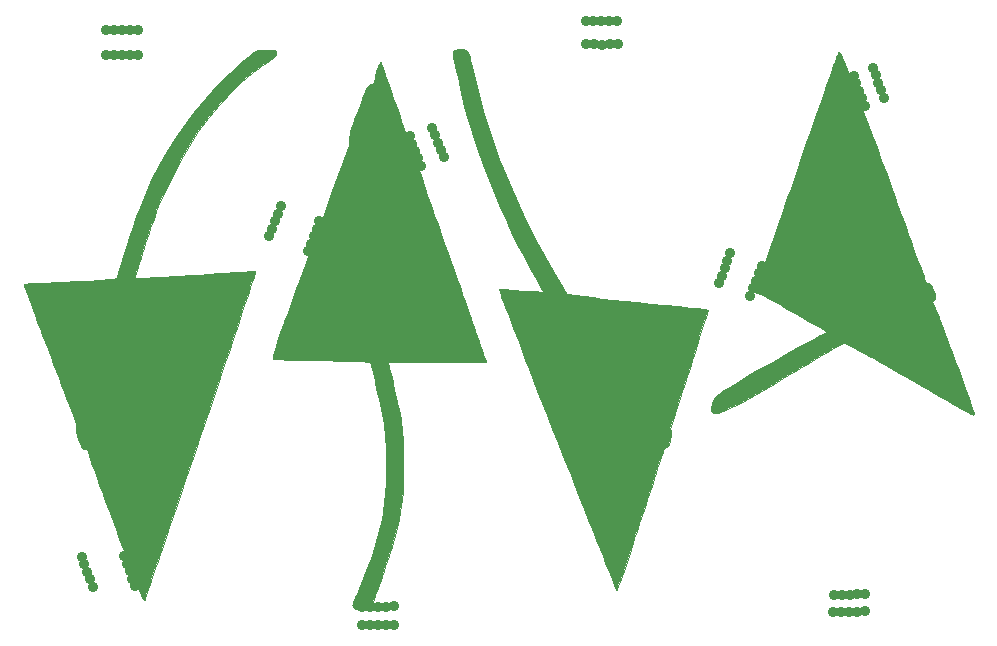
<source format=gbr>
G04 #@! TF.GenerationSoftware,KiCad,Pcbnew,5.0.0-fee4fd1~66~ubuntu16.04.1*
G04 #@! TF.CreationDate,2018-10-06T10:52:46+08:00*
G04 #@! TF.ProjectId,corners,636F726E6572732E6B696361645F7063,rev?*
G04 #@! TF.SameCoordinates,Original*
G04 #@! TF.FileFunction,Soldermask,Bot*
G04 #@! TF.FilePolarity,Negative*
%FSLAX46Y46*%
G04 Gerber Fmt 4.6, Leading zero omitted, Abs format (unit mm)*
G04 Created by KiCad (PCBNEW 5.0.0-fee4fd1~66~ubuntu16.04.1) date Sat Oct  6 10:52:46 2018*
%MOMM*%
%LPD*%
G01*
G04 APERTURE LIST*
%ADD10C,0.010000*%
%ADD11C,0.900000*%
G04 APERTURE END LIST*
D10*
G04 #@! TO.C,*
G36*
X172824017Y-51735383D02*
X172879420Y-51822333D01*
X172955044Y-51968720D01*
X173051355Y-52175745D01*
X173168815Y-52444609D01*
X173307890Y-52776515D01*
X173469043Y-53172666D01*
X173652739Y-53634262D01*
X173859441Y-54162505D01*
X174089614Y-54758599D01*
X174343722Y-55423744D01*
X174622229Y-56159143D01*
X174925599Y-56965997D01*
X175254296Y-57845508D01*
X175608785Y-58798879D01*
X175989529Y-59827312D01*
X176396992Y-60932008D01*
X176831640Y-62114169D01*
X177291922Y-63369500D01*
X177516825Y-63984284D01*
X177747520Y-64616125D01*
X177981027Y-65256790D01*
X178214365Y-65898046D01*
X178444550Y-66531660D01*
X178668603Y-67149400D01*
X178883541Y-67743034D01*
X179086383Y-68304329D01*
X179274147Y-68825051D01*
X179443852Y-69296970D01*
X179592517Y-69711851D01*
X179717160Y-70061463D01*
X179790949Y-70269833D01*
X179879951Y-70522047D01*
X179961433Y-70752714D01*
X180030411Y-70947746D01*
X180081900Y-71093054D01*
X180110918Y-71174546D01*
X180112882Y-71180000D01*
X180167797Y-71261639D01*
X180269131Y-71289951D01*
X180281293Y-71290530D01*
X180385950Y-71312206D01*
X180480541Y-71375766D01*
X180573027Y-71491166D01*
X180671371Y-71668362D01*
X180783536Y-71917311D01*
X180784622Y-71919882D01*
X180885134Y-72183424D01*
X180936949Y-72389591D01*
X180940422Y-72550020D01*
X180895909Y-72676348D01*
X180810684Y-72774352D01*
X180704134Y-72866003D01*
X180928664Y-73409418D01*
X181026297Y-73649923D01*
X181144442Y-73948052D01*
X181280747Y-74297445D01*
X181432860Y-74691747D01*
X181598429Y-75124599D01*
X181775103Y-75589643D01*
X181960528Y-76080522D01*
X182152355Y-76590879D01*
X182348229Y-77114355D01*
X182545800Y-77644594D01*
X182742716Y-78175238D01*
X182936624Y-78699929D01*
X183125173Y-79212309D01*
X183306011Y-79706021D01*
X183476785Y-80174708D01*
X183635145Y-80612011D01*
X183778737Y-81011574D01*
X183905211Y-81367038D01*
X184012214Y-81672047D01*
X184097394Y-81920241D01*
X184158399Y-82105265D01*
X184192877Y-82220760D01*
X184199501Y-82250924D01*
X184211290Y-82368163D01*
X184200035Y-82424070D01*
X184159589Y-82440279D01*
X184145574Y-82440667D01*
X184090300Y-82420430D01*
X183971039Y-82363055D01*
X183797239Y-82273545D01*
X183578345Y-82156902D01*
X183323806Y-82018130D01*
X183043068Y-81862229D01*
X182880403Y-81770705D01*
X182633663Y-81630871D01*
X182323578Y-81454547D01*
X181960187Y-81247471D01*
X181553530Y-81015381D01*
X181113645Y-80764014D01*
X180650573Y-80499107D01*
X180174352Y-80226399D01*
X179695022Y-79951627D01*
X179222622Y-79680528D01*
X179112833Y-79617476D01*
X178650014Y-79351956D01*
X178182785Y-79084506D01*
X177720501Y-78820444D01*
X177272517Y-78565086D01*
X176848185Y-78323753D01*
X176456859Y-78101761D01*
X176107895Y-77904428D01*
X175810646Y-77737072D01*
X175574465Y-77605012D01*
X175514500Y-77571733D01*
X175203710Y-77400776D01*
X174885590Y-77227785D01*
X174569270Y-77057545D01*
X174263879Y-76894839D01*
X173978546Y-76744453D01*
X173722401Y-76611172D01*
X173504572Y-76499780D01*
X173334190Y-76415061D01*
X173220384Y-76361801D01*
X173173245Y-76344695D01*
X173127128Y-76366175D01*
X173013474Y-76428674D01*
X172837141Y-76529314D01*
X172602988Y-76665217D01*
X172315876Y-76833502D01*
X171980662Y-77031291D01*
X171602207Y-77255706D01*
X171185369Y-77503868D01*
X170735009Y-77772897D01*
X170255984Y-78059914D01*
X169753155Y-78362042D01*
X169231381Y-78676401D01*
X168910500Y-78870140D01*
X168061305Y-79381061D01*
X167280229Y-79846279D01*
X166564930Y-80267028D01*
X165913062Y-80644543D01*
X165322282Y-80980060D01*
X164790246Y-81274815D01*
X164314609Y-81530041D01*
X163893028Y-81746975D01*
X163523158Y-81926851D01*
X163202656Y-82070906D01*
X162929177Y-82180373D01*
X162700378Y-82256488D01*
X162513914Y-82300487D01*
X162375712Y-82313667D01*
X162159244Y-82295880D01*
X162018664Y-82242191D01*
X161952952Y-82152103D01*
X161947402Y-82105788D01*
X161975782Y-81847525D01*
X162050847Y-81556127D01*
X162162145Y-81260944D01*
X162299227Y-80991325D01*
X162396436Y-80844708D01*
X162467224Y-80779456D01*
X162609082Y-80675963D01*
X162818583Y-80536223D01*
X163092303Y-80362232D01*
X163426815Y-80155983D01*
X163818695Y-79919474D01*
X164264516Y-79654697D01*
X164760854Y-79363649D01*
X165304283Y-79048325D01*
X165891377Y-78710719D01*
X166518711Y-78352827D01*
X167182860Y-77976643D01*
X167880397Y-77584162D01*
X168607898Y-77177380D01*
X169361937Y-76758292D01*
X170139089Y-76328893D01*
X170341129Y-76217667D01*
X170658072Y-76042775D01*
X170950452Y-75880397D01*
X171210240Y-75735071D01*
X171429409Y-75611333D01*
X171599929Y-75513722D01*
X171713773Y-75446775D01*
X171762911Y-75415029D01*
X171764270Y-75413333D01*
X171728512Y-75388857D01*
X171626365Y-75326995D01*
X171465190Y-75231947D01*
X171252348Y-75107912D01*
X170995200Y-74959089D01*
X170701109Y-74789676D01*
X170377434Y-74603872D01*
X170031539Y-74405877D01*
X169670784Y-74199890D01*
X169302530Y-73990108D01*
X168934139Y-73780732D01*
X168572972Y-73575961D01*
X168226391Y-73379993D01*
X167901757Y-73197026D01*
X167606432Y-73031262D01*
X167347776Y-72886897D01*
X167133151Y-72768131D01*
X166987181Y-72688468D01*
X166634810Y-72501072D01*
X166335359Y-72347858D01*
X166093311Y-72230960D01*
X165913150Y-72152510D01*
X165799361Y-72114642D01*
X165773887Y-72111333D01*
X165726906Y-72075189D01*
X165714333Y-72013976D01*
X165727877Y-71951792D01*
X165766333Y-71819851D01*
X165826432Y-71628237D01*
X165904909Y-71387035D01*
X165998496Y-71106327D01*
X166103927Y-70796197D01*
X166184048Y-70564059D01*
X166254755Y-70360246D01*
X166351031Y-70082400D01*
X166470804Y-69736515D01*
X166612000Y-69328586D01*
X166772546Y-68864606D01*
X166950370Y-68350569D01*
X167143397Y-67792470D01*
X167349556Y-67196304D01*
X167566772Y-66568063D01*
X167792974Y-65913742D01*
X168026087Y-65239335D01*
X168264039Y-64550837D01*
X168504757Y-63854241D01*
X168635679Y-63475333D01*
X169041794Y-62300163D01*
X169421263Y-61202603D01*
X169774958Y-60180188D01*
X170103745Y-59230456D01*
X170408495Y-58350946D01*
X170690076Y-57539193D01*
X170949357Y-56792736D01*
X171187208Y-56109111D01*
X171404497Y-55485856D01*
X171602093Y-54920509D01*
X171780865Y-54410606D01*
X171941683Y-53953685D01*
X172085414Y-53547283D01*
X172212929Y-53188938D01*
X172325096Y-52876186D01*
X172422785Y-52606565D01*
X172506863Y-52377613D01*
X172578200Y-52186867D01*
X172637666Y-52031863D01*
X172686129Y-51910140D01*
X172724458Y-51819235D01*
X172753521Y-51756684D01*
X172774189Y-51720026D01*
X172787330Y-51706797D01*
X172788372Y-51706667D01*
X172824017Y-51735383D01*
X172824017Y-51735383D01*
G37*
X172824017Y-51735383D02*
X172879420Y-51822333D01*
X172955044Y-51968720D01*
X173051355Y-52175745D01*
X173168815Y-52444609D01*
X173307890Y-52776515D01*
X173469043Y-53172666D01*
X173652739Y-53634262D01*
X173859441Y-54162505D01*
X174089614Y-54758599D01*
X174343722Y-55423744D01*
X174622229Y-56159143D01*
X174925599Y-56965997D01*
X175254296Y-57845508D01*
X175608785Y-58798879D01*
X175989529Y-59827312D01*
X176396992Y-60932008D01*
X176831640Y-62114169D01*
X177291922Y-63369500D01*
X177516825Y-63984284D01*
X177747520Y-64616125D01*
X177981027Y-65256790D01*
X178214365Y-65898046D01*
X178444550Y-66531660D01*
X178668603Y-67149400D01*
X178883541Y-67743034D01*
X179086383Y-68304329D01*
X179274147Y-68825051D01*
X179443852Y-69296970D01*
X179592517Y-69711851D01*
X179717160Y-70061463D01*
X179790949Y-70269833D01*
X179879951Y-70522047D01*
X179961433Y-70752714D01*
X180030411Y-70947746D01*
X180081900Y-71093054D01*
X180110918Y-71174546D01*
X180112882Y-71180000D01*
X180167797Y-71261639D01*
X180269131Y-71289951D01*
X180281293Y-71290530D01*
X180385950Y-71312206D01*
X180480541Y-71375766D01*
X180573027Y-71491166D01*
X180671371Y-71668362D01*
X180783536Y-71917311D01*
X180784622Y-71919882D01*
X180885134Y-72183424D01*
X180936949Y-72389591D01*
X180940422Y-72550020D01*
X180895909Y-72676348D01*
X180810684Y-72774352D01*
X180704134Y-72866003D01*
X180928664Y-73409418D01*
X181026297Y-73649923D01*
X181144442Y-73948052D01*
X181280747Y-74297445D01*
X181432860Y-74691747D01*
X181598429Y-75124599D01*
X181775103Y-75589643D01*
X181960528Y-76080522D01*
X182152355Y-76590879D01*
X182348229Y-77114355D01*
X182545800Y-77644594D01*
X182742716Y-78175238D01*
X182936624Y-78699929D01*
X183125173Y-79212309D01*
X183306011Y-79706021D01*
X183476785Y-80174708D01*
X183635145Y-80612011D01*
X183778737Y-81011574D01*
X183905211Y-81367038D01*
X184012214Y-81672047D01*
X184097394Y-81920241D01*
X184158399Y-82105265D01*
X184192877Y-82220760D01*
X184199501Y-82250924D01*
X184211290Y-82368163D01*
X184200035Y-82424070D01*
X184159589Y-82440279D01*
X184145574Y-82440667D01*
X184090300Y-82420430D01*
X183971039Y-82363055D01*
X183797239Y-82273545D01*
X183578345Y-82156902D01*
X183323806Y-82018130D01*
X183043068Y-81862229D01*
X182880403Y-81770705D01*
X182633663Y-81630871D01*
X182323578Y-81454547D01*
X181960187Y-81247471D01*
X181553530Y-81015381D01*
X181113645Y-80764014D01*
X180650573Y-80499107D01*
X180174352Y-80226399D01*
X179695022Y-79951627D01*
X179222622Y-79680528D01*
X179112833Y-79617476D01*
X178650014Y-79351956D01*
X178182785Y-79084506D01*
X177720501Y-78820444D01*
X177272517Y-78565086D01*
X176848185Y-78323753D01*
X176456859Y-78101761D01*
X176107895Y-77904428D01*
X175810646Y-77737072D01*
X175574465Y-77605012D01*
X175514500Y-77571733D01*
X175203710Y-77400776D01*
X174885590Y-77227785D01*
X174569270Y-77057545D01*
X174263879Y-76894839D01*
X173978546Y-76744453D01*
X173722401Y-76611172D01*
X173504572Y-76499780D01*
X173334190Y-76415061D01*
X173220384Y-76361801D01*
X173173245Y-76344695D01*
X173127128Y-76366175D01*
X173013474Y-76428674D01*
X172837141Y-76529314D01*
X172602988Y-76665217D01*
X172315876Y-76833502D01*
X171980662Y-77031291D01*
X171602207Y-77255706D01*
X171185369Y-77503868D01*
X170735009Y-77772897D01*
X170255984Y-78059914D01*
X169753155Y-78362042D01*
X169231381Y-78676401D01*
X168910500Y-78870140D01*
X168061305Y-79381061D01*
X167280229Y-79846279D01*
X166564930Y-80267028D01*
X165913062Y-80644543D01*
X165322282Y-80980060D01*
X164790246Y-81274815D01*
X164314609Y-81530041D01*
X163893028Y-81746975D01*
X163523158Y-81926851D01*
X163202656Y-82070906D01*
X162929177Y-82180373D01*
X162700378Y-82256488D01*
X162513914Y-82300487D01*
X162375712Y-82313667D01*
X162159244Y-82295880D01*
X162018664Y-82242191D01*
X161952952Y-82152103D01*
X161947402Y-82105788D01*
X161975782Y-81847525D01*
X162050847Y-81556127D01*
X162162145Y-81260944D01*
X162299227Y-80991325D01*
X162396436Y-80844708D01*
X162467224Y-80779456D01*
X162609082Y-80675963D01*
X162818583Y-80536223D01*
X163092303Y-80362232D01*
X163426815Y-80155983D01*
X163818695Y-79919474D01*
X164264516Y-79654697D01*
X164760854Y-79363649D01*
X165304283Y-79048325D01*
X165891377Y-78710719D01*
X166518711Y-78352827D01*
X167182860Y-77976643D01*
X167880397Y-77584162D01*
X168607898Y-77177380D01*
X169361937Y-76758292D01*
X170139089Y-76328893D01*
X170341129Y-76217667D01*
X170658072Y-76042775D01*
X170950452Y-75880397D01*
X171210240Y-75735071D01*
X171429409Y-75611333D01*
X171599929Y-75513722D01*
X171713773Y-75446775D01*
X171762911Y-75415029D01*
X171764270Y-75413333D01*
X171728512Y-75388857D01*
X171626365Y-75326995D01*
X171465190Y-75231947D01*
X171252348Y-75107912D01*
X170995200Y-74959089D01*
X170701109Y-74789676D01*
X170377434Y-74603872D01*
X170031539Y-74405877D01*
X169670784Y-74199890D01*
X169302530Y-73990108D01*
X168934139Y-73780732D01*
X168572972Y-73575961D01*
X168226391Y-73379993D01*
X167901757Y-73197026D01*
X167606432Y-73031262D01*
X167347776Y-72886897D01*
X167133151Y-72768131D01*
X166987181Y-72688468D01*
X166634810Y-72501072D01*
X166335359Y-72347858D01*
X166093311Y-72230960D01*
X165913150Y-72152510D01*
X165799361Y-72114642D01*
X165773887Y-72111333D01*
X165726906Y-72075189D01*
X165714333Y-72013976D01*
X165727877Y-71951792D01*
X165766333Y-71819851D01*
X165826432Y-71628237D01*
X165904909Y-71387035D01*
X165998496Y-71106327D01*
X166103927Y-70796197D01*
X166184048Y-70564059D01*
X166254755Y-70360246D01*
X166351031Y-70082400D01*
X166470804Y-69736515D01*
X166612000Y-69328586D01*
X166772546Y-68864606D01*
X166950370Y-68350569D01*
X167143397Y-67792470D01*
X167349556Y-67196304D01*
X167566772Y-66568063D01*
X167792974Y-65913742D01*
X168026087Y-65239335D01*
X168264039Y-64550837D01*
X168504757Y-63854241D01*
X168635679Y-63475333D01*
X169041794Y-62300163D01*
X169421263Y-61202603D01*
X169774958Y-60180188D01*
X170103745Y-59230456D01*
X170408495Y-58350946D01*
X170690076Y-57539193D01*
X170949357Y-56792736D01*
X171187208Y-56109111D01*
X171404497Y-55485856D01*
X171602093Y-54920509D01*
X171780865Y-54410606D01*
X171941683Y-53953685D01*
X172085414Y-53547283D01*
X172212929Y-53188938D01*
X172325096Y-52876186D01*
X172422785Y-52606565D01*
X172506863Y-52377613D01*
X172578200Y-52186867D01*
X172637666Y-52031863D01*
X172686129Y-51910140D01*
X172724458Y-51819235D01*
X172753521Y-51756684D01*
X172774189Y-51720026D01*
X172787330Y-51706797D01*
X172788372Y-51706667D01*
X172824017Y-51735383D01*
G36*
X140941934Y-51520503D02*
X141179581Y-51592880D01*
X141357302Y-51710363D01*
X141380462Y-51734225D01*
X141414027Y-51803243D01*
X141460657Y-51946311D01*
X141517820Y-52154265D01*
X141582983Y-52417936D01*
X141647777Y-52701642D01*
X142137979Y-54749609D01*
X142698961Y-56770096D01*
X143333741Y-58772457D01*
X144045339Y-60766049D01*
X144836773Y-62760226D01*
X145078650Y-63332965D01*
X145670526Y-64667415D01*
X146316711Y-66034433D01*
X147006194Y-67412720D01*
X147727964Y-68780977D01*
X148471008Y-70117907D01*
X149224315Y-71402210D01*
X149400319Y-71691922D01*
X149752317Y-72267344D01*
X150526075Y-72361159D01*
X151195584Y-72440668D01*
X151942831Y-72526261D01*
X152768663Y-72618028D01*
X153673931Y-72716059D01*
X154659483Y-72820444D01*
X155726168Y-72931273D01*
X156874836Y-73048636D01*
X158106335Y-73172623D01*
X159205583Y-73281973D01*
X159745695Y-73335805D01*
X160206818Y-73382654D01*
X160594288Y-73423172D01*
X160913437Y-73458013D01*
X161169599Y-73487831D01*
X161368107Y-73513277D01*
X161514296Y-73535006D01*
X161613500Y-73553671D01*
X161671051Y-73569926D01*
X161692283Y-73584423D01*
X161692667Y-73586605D01*
X161680344Y-73644041D01*
X161646095Y-73768178D01*
X161594001Y-73945147D01*
X161528140Y-74161074D01*
X161455913Y-74391623D01*
X161315799Y-74832603D01*
X161153485Y-75342005D01*
X160972862Y-75907704D01*
X160777819Y-76517576D01*
X160572247Y-77159494D01*
X160360036Y-77821336D01*
X160145077Y-78490975D01*
X159931258Y-79156287D01*
X159722472Y-79805147D01*
X159522606Y-80425430D01*
X159335553Y-81005012D01*
X159165202Y-81531768D01*
X159149187Y-81581220D01*
X158474608Y-83663939D01*
X158544701Y-83810926D01*
X158574461Y-83880364D01*
X158589494Y-83947046D01*
X158588970Y-84030337D01*
X158572059Y-84149601D01*
X158537930Y-84324199D01*
X158518748Y-84416373D01*
X158449950Y-84712401D01*
X158381455Y-84932661D01*
X158308419Y-85085896D01*
X158225998Y-85180846D01*
X158129347Y-85226254D01*
X158066035Y-85233320D01*
X158010029Y-85248978D01*
X157963584Y-85305335D01*
X157915400Y-85419307D01*
X157888400Y-85499250D01*
X157860075Y-85586960D01*
X157808421Y-85747342D01*
X157735991Y-85972451D01*
X157645338Y-86254346D01*
X157539015Y-86585084D01*
X157419576Y-86956722D01*
X157289574Y-87361318D01*
X157151562Y-87790929D01*
X157014018Y-88219167D01*
X156793520Y-88904090D01*
X156570691Y-89593102D01*
X156347139Y-90281395D01*
X156124469Y-90964163D01*
X155904289Y-91636600D01*
X155688207Y-92293899D01*
X155477828Y-92931254D01*
X155274759Y-93543857D01*
X155080609Y-94126904D01*
X154896983Y-94675586D01*
X154725488Y-95185098D01*
X154567733Y-95650633D01*
X154425322Y-96067385D01*
X154299865Y-96430548D01*
X154192966Y-96735314D01*
X154106234Y-96976877D01*
X154041275Y-97150431D01*
X153999697Y-97251169D01*
X153986418Y-97274896D01*
X153949214Y-97263088D01*
X153895387Y-97183060D01*
X153858188Y-97105563D01*
X153818184Y-97010287D01*
X153752245Y-96848788D01*
X153659999Y-96620125D01*
X153541071Y-96323358D01*
X153395090Y-95957545D01*
X153221682Y-95521747D01*
X153020474Y-95015023D01*
X152791094Y-94436433D01*
X152533168Y-93785036D01*
X152246323Y-93059892D01*
X151930187Y-92260060D01*
X151584385Y-91384600D01*
X151208546Y-90432572D01*
X150802297Y-89403035D01*
X150635876Y-88981167D01*
X150066403Y-87537025D01*
X149527623Y-86169765D01*
X149018859Y-84877627D01*
X148539437Y-83658852D01*
X148088680Y-82511679D01*
X147665914Y-81434350D01*
X147270464Y-80425103D01*
X146901653Y-79482181D01*
X146558807Y-78603822D01*
X146241250Y-77788267D01*
X145948307Y-77033756D01*
X145679302Y-76338531D01*
X145433559Y-75700829D01*
X145210405Y-75118893D01*
X145009162Y-74590963D01*
X144829157Y-74115278D01*
X144669713Y-73690079D01*
X144530154Y-73313605D01*
X144409807Y-72984099D01*
X144307994Y-72699799D01*
X144224042Y-72458946D01*
X144157274Y-72259780D01*
X144107015Y-72100541D01*
X144072589Y-71979470D01*
X144053322Y-71894807D01*
X144048538Y-71844793D01*
X144053176Y-71829712D01*
X144100787Y-71826191D01*
X144222536Y-71829493D01*
X144408223Y-71838997D01*
X144647649Y-71854079D01*
X144930612Y-71874117D01*
X145246914Y-71898489D01*
X145447112Y-71914821D01*
X145846353Y-71946327D01*
X146230606Y-71973379D01*
X146591109Y-71995619D01*
X146919101Y-72012690D01*
X147205818Y-72024233D01*
X147442500Y-72029892D01*
X147620383Y-72029307D01*
X147730705Y-72022123D01*
X147765000Y-72009438D01*
X147744669Y-71968433D01*
X147689386Y-71869813D01*
X147607717Y-71728591D01*
X147513354Y-71568407D01*
X147187683Y-71008790D01*
X146838390Y-70388363D01*
X146474598Y-69724396D01*
X146105428Y-69034160D01*
X145740003Y-68334924D01*
X145387445Y-67643957D01*
X145056877Y-66978529D01*
X144757421Y-66355909D01*
X144736586Y-66311667D01*
X143989182Y-64659093D01*
X143293522Y-62992430D01*
X142652660Y-61320654D01*
X142069645Y-59652741D01*
X141547527Y-57997668D01*
X141089359Y-56364410D01*
X140698191Y-54761944D01*
X140506356Y-53865667D01*
X140448246Y-53586591D01*
X140385835Y-53299655D01*
X140324824Y-53030246D01*
X140270912Y-52803751D01*
X140244997Y-52701500D01*
X140193550Y-52473366D01*
X140155872Y-52241508D01*
X140133236Y-52023312D01*
X140126917Y-51836164D01*
X140138191Y-51697451D01*
X140166167Y-51626561D01*
X140237821Y-51592871D01*
X140368260Y-51561146D01*
X140531616Y-51534923D01*
X140702020Y-51517739D01*
X140853604Y-51513130D01*
X140941934Y-51520503D01*
X140941934Y-51520503D01*
G37*
X140941934Y-51520503D02*
X141179581Y-51592880D01*
X141357302Y-51710363D01*
X141380462Y-51734225D01*
X141414027Y-51803243D01*
X141460657Y-51946311D01*
X141517820Y-52154265D01*
X141582983Y-52417936D01*
X141647777Y-52701642D01*
X142137979Y-54749609D01*
X142698961Y-56770096D01*
X143333741Y-58772457D01*
X144045339Y-60766049D01*
X144836773Y-62760226D01*
X145078650Y-63332965D01*
X145670526Y-64667415D01*
X146316711Y-66034433D01*
X147006194Y-67412720D01*
X147727964Y-68780977D01*
X148471008Y-70117907D01*
X149224315Y-71402210D01*
X149400319Y-71691922D01*
X149752317Y-72267344D01*
X150526075Y-72361159D01*
X151195584Y-72440668D01*
X151942831Y-72526261D01*
X152768663Y-72618028D01*
X153673931Y-72716059D01*
X154659483Y-72820444D01*
X155726168Y-72931273D01*
X156874836Y-73048636D01*
X158106335Y-73172623D01*
X159205583Y-73281973D01*
X159745695Y-73335805D01*
X160206818Y-73382654D01*
X160594288Y-73423172D01*
X160913437Y-73458013D01*
X161169599Y-73487831D01*
X161368107Y-73513277D01*
X161514296Y-73535006D01*
X161613500Y-73553671D01*
X161671051Y-73569926D01*
X161692283Y-73584423D01*
X161692667Y-73586605D01*
X161680344Y-73644041D01*
X161646095Y-73768178D01*
X161594001Y-73945147D01*
X161528140Y-74161074D01*
X161455913Y-74391623D01*
X161315799Y-74832603D01*
X161153485Y-75342005D01*
X160972862Y-75907704D01*
X160777819Y-76517576D01*
X160572247Y-77159494D01*
X160360036Y-77821336D01*
X160145077Y-78490975D01*
X159931258Y-79156287D01*
X159722472Y-79805147D01*
X159522606Y-80425430D01*
X159335553Y-81005012D01*
X159165202Y-81531768D01*
X159149187Y-81581220D01*
X158474608Y-83663939D01*
X158544701Y-83810926D01*
X158574461Y-83880364D01*
X158589494Y-83947046D01*
X158588970Y-84030337D01*
X158572059Y-84149601D01*
X158537930Y-84324199D01*
X158518748Y-84416373D01*
X158449950Y-84712401D01*
X158381455Y-84932661D01*
X158308419Y-85085896D01*
X158225998Y-85180846D01*
X158129347Y-85226254D01*
X158066035Y-85233320D01*
X158010029Y-85248978D01*
X157963584Y-85305335D01*
X157915400Y-85419307D01*
X157888400Y-85499250D01*
X157860075Y-85586960D01*
X157808421Y-85747342D01*
X157735991Y-85972451D01*
X157645338Y-86254346D01*
X157539015Y-86585084D01*
X157419576Y-86956722D01*
X157289574Y-87361318D01*
X157151562Y-87790929D01*
X157014018Y-88219167D01*
X156793520Y-88904090D01*
X156570691Y-89593102D01*
X156347139Y-90281395D01*
X156124469Y-90964163D01*
X155904289Y-91636600D01*
X155688207Y-92293899D01*
X155477828Y-92931254D01*
X155274759Y-93543857D01*
X155080609Y-94126904D01*
X154896983Y-94675586D01*
X154725488Y-95185098D01*
X154567733Y-95650633D01*
X154425322Y-96067385D01*
X154299865Y-96430548D01*
X154192966Y-96735314D01*
X154106234Y-96976877D01*
X154041275Y-97150431D01*
X153999697Y-97251169D01*
X153986418Y-97274896D01*
X153949214Y-97263088D01*
X153895387Y-97183060D01*
X153858188Y-97105563D01*
X153818184Y-97010287D01*
X153752245Y-96848788D01*
X153659999Y-96620125D01*
X153541071Y-96323358D01*
X153395090Y-95957545D01*
X153221682Y-95521747D01*
X153020474Y-95015023D01*
X152791094Y-94436433D01*
X152533168Y-93785036D01*
X152246323Y-93059892D01*
X151930187Y-92260060D01*
X151584385Y-91384600D01*
X151208546Y-90432572D01*
X150802297Y-89403035D01*
X150635876Y-88981167D01*
X150066403Y-87537025D01*
X149527623Y-86169765D01*
X149018859Y-84877627D01*
X148539437Y-83658852D01*
X148088680Y-82511679D01*
X147665914Y-81434350D01*
X147270464Y-80425103D01*
X146901653Y-79482181D01*
X146558807Y-78603822D01*
X146241250Y-77788267D01*
X145948307Y-77033756D01*
X145679302Y-76338531D01*
X145433559Y-75700829D01*
X145210405Y-75118893D01*
X145009162Y-74590963D01*
X144829157Y-74115278D01*
X144669713Y-73690079D01*
X144530154Y-73313605D01*
X144409807Y-72984099D01*
X144307994Y-72699799D01*
X144224042Y-72458946D01*
X144157274Y-72259780D01*
X144107015Y-72100541D01*
X144072589Y-71979470D01*
X144053322Y-71894807D01*
X144048538Y-71844793D01*
X144053176Y-71829712D01*
X144100787Y-71826191D01*
X144222536Y-71829493D01*
X144408223Y-71838997D01*
X144647649Y-71854079D01*
X144930612Y-71874117D01*
X145246914Y-71898489D01*
X145447112Y-71914821D01*
X145846353Y-71946327D01*
X146230606Y-71973379D01*
X146591109Y-71995619D01*
X146919101Y-72012690D01*
X147205818Y-72024233D01*
X147442500Y-72029892D01*
X147620383Y-72029307D01*
X147730705Y-72022123D01*
X147765000Y-72009438D01*
X147744669Y-71968433D01*
X147689386Y-71869813D01*
X147607717Y-71728591D01*
X147513354Y-71568407D01*
X147187683Y-71008790D01*
X146838390Y-70388363D01*
X146474598Y-69724396D01*
X146105428Y-69034160D01*
X145740003Y-68334924D01*
X145387445Y-67643957D01*
X145056877Y-66978529D01*
X144757421Y-66355909D01*
X144736586Y-66311667D01*
X143989182Y-64659093D01*
X143293522Y-62992430D01*
X142652660Y-61320654D01*
X142069645Y-59652741D01*
X141547527Y-57997668D01*
X141089359Y-56364410D01*
X140698191Y-54761944D01*
X140506356Y-53865667D01*
X140448246Y-53586591D01*
X140385835Y-53299655D01*
X140324824Y-53030246D01*
X140270912Y-52803751D01*
X140244997Y-52701500D01*
X140193550Y-52473366D01*
X140155872Y-52241508D01*
X140133236Y-52023312D01*
X140126917Y-51836164D01*
X140138191Y-51697451D01*
X140166167Y-51626561D01*
X140237821Y-51592871D01*
X140368260Y-51561146D01*
X140531616Y-51534923D01*
X140702020Y-51517739D01*
X140853604Y-51513130D01*
X140941934Y-51520503D01*
G36*
X124791656Y-51542247D02*
X124957128Y-51554967D01*
X125062258Y-51574889D01*
X125077116Y-51581156D01*
X125142589Y-51659829D01*
X125161067Y-51784330D01*
X125133723Y-51930859D01*
X125061734Y-52075617D01*
X125052038Y-52089196D01*
X124967125Y-52183606D01*
X124852086Y-52286408D01*
X124729850Y-52379920D01*
X124623342Y-52446459D01*
X124560034Y-52468667D01*
X124509831Y-52492991D01*
X124404198Y-52560321D01*
X124254930Y-52662189D01*
X124073820Y-52790127D01*
X123872663Y-52935669D01*
X123663252Y-53090347D01*
X123457383Y-53245694D01*
X123266848Y-53393244D01*
X123214968Y-53434303D01*
X122201998Y-54293793D01*
X121229383Y-55226874D01*
X120298069Y-56232201D01*
X119409002Y-57308430D01*
X118563128Y-58454215D01*
X117761392Y-59668212D01*
X117004741Y-60949076D01*
X116294119Y-62295463D01*
X115630473Y-63706027D01*
X115092793Y-64982517D01*
X114997644Y-65228346D01*
X114888321Y-65524053D01*
X114767257Y-65862078D01*
X114636881Y-66234864D01*
X114499626Y-66634851D01*
X114357924Y-67054479D01*
X114214206Y-67486190D01*
X114070903Y-67922425D01*
X113930447Y-68355624D01*
X113795270Y-68778229D01*
X113667802Y-69182679D01*
X113550476Y-69561418D01*
X113445723Y-69906884D01*
X113355974Y-70211520D01*
X113283662Y-70467765D01*
X113231217Y-70668061D01*
X113201071Y-70804850D01*
X113195655Y-70870571D01*
X113197578Y-70874356D01*
X113248590Y-70880607D01*
X113381294Y-70880970D01*
X113592931Y-70875599D01*
X113880744Y-70864647D01*
X114241973Y-70848270D01*
X114673860Y-70826620D01*
X115173646Y-70799851D01*
X115738573Y-70768117D01*
X116365881Y-70731571D01*
X117052814Y-70690369D01*
X117796611Y-70644663D01*
X118594514Y-70594607D01*
X119443765Y-70540355D01*
X120341605Y-70482061D01*
X120946833Y-70442282D01*
X121460141Y-70408554D01*
X121895395Y-70380409D01*
X122259007Y-70357570D01*
X122557386Y-70339760D01*
X122796943Y-70326700D01*
X122984089Y-70318115D01*
X123125233Y-70313727D01*
X123226787Y-70313258D01*
X123295161Y-70316432D01*
X123336764Y-70322971D01*
X123358008Y-70332599D01*
X123362611Y-70337827D01*
X123364525Y-70349283D01*
X123361840Y-70373064D01*
X123353568Y-70412144D01*
X123338719Y-70469498D01*
X123316304Y-70548100D01*
X123285336Y-70650925D01*
X123244824Y-70780947D01*
X123193780Y-70941140D01*
X123131216Y-71134478D01*
X123056143Y-71363937D01*
X122967571Y-71632490D01*
X122864512Y-71943112D01*
X122745978Y-72298777D01*
X122610978Y-72702460D01*
X122458526Y-73157135D01*
X122287631Y-73665775D01*
X122097305Y-74231357D01*
X121886559Y-74856854D01*
X121654404Y-75545240D01*
X121399852Y-76299490D01*
X121121913Y-77122578D01*
X120819600Y-78017478D01*
X120491922Y-78987166D01*
X120204633Y-79837167D01*
X119680424Y-81387922D01*
X119182788Y-82859839D01*
X118711252Y-84254311D01*
X118265344Y-85572732D01*
X117844589Y-86816492D01*
X117448516Y-87986987D01*
X117076651Y-89085607D01*
X116728520Y-90113747D01*
X116403652Y-91072799D01*
X116101572Y-91964155D01*
X115821809Y-92789209D01*
X115563888Y-93549353D01*
X115327337Y-94245981D01*
X115111683Y-94880484D01*
X114916453Y-95454256D01*
X114741174Y-95968690D01*
X114585373Y-96425178D01*
X114448576Y-96825114D01*
X114330311Y-97169889D01*
X114230105Y-97460898D01*
X114147485Y-97699532D01*
X114081977Y-97887185D01*
X114033109Y-98025249D01*
X114000407Y-98115117D01*
X113983399Y-98158182D01*
X113981070Y-98162452D01*
X113948725Y-98145202D01*
X113894155Y-98065890D01*
X113827944Y-97940506D01*
X113812924Y-97908452D01*
X113725834Y-97710690D01*
X113612100Y-97439800D01*
X113474149Y-97102173D01*
X113314410Y-96704198D01*
X113135308Y-96252266D01*
X112939272Y-95752769D01*
X112728728Y-95212098D01*
X112506104Y-94636642D01*
X112273827Y-94032793D01*
X112034325Y-93406941D01*
X111790024Y-92765477D01*
X111543352Y-92114793D01*
X111296736Y-91461278D01*
X111052603Y-90811323D01*
X110813381Y-90171320D01*
X110581497Y-89547658D01*
X110359377Y-88946730D01*
X110149450Y-88374924D01*
X109954142Y-87838633D01*
X109775881Y-87344247D01*
X109617094Y-86898157D01*
X109480208Y-86506753D01*
X109457589Y-86441167D01*
X109093500Y-85382833D01*
X108960467Y-85395759D01*
X108855840Y-85389352D01*
X108776551Y-85332180D01*
X108735962Y-85280223D01*
X108619060Y-85083428D01*
X108498121Y-84820717D01*
X108380598Y-84510056D01*
X108273944Y-84169414D01*
X108271423Y-84160461D01*
X108216762Y-83960470D01*
X108184365Y-83820395D01*
X108171976Y-83719117D01*
X108177338Y-83635515D01*
X108198192Y-83548468D01*
X108203946Y-83529047D01*
X108222227Y-83464226D01*
X108231765Y-83405049D01*
X108229371Y-83339206D01*
X108211860Y-83254390D01*
X108176046Y-83138292D01*
X108118743Y-82978604D01*
X108036765Y-82763018D01*
X107942753Y-82520052D01*
X107771633Y-82077361D01*
X107586023Y-81594759D01*
X107387871Y-81077448D01*
X107179128Y-80530630D01*
X106961741Y-79959507D01*
X106737659Y-79369280D01*
X106508831Y-78765151D01*
X106277205Y-78152323D01*
X106044730Y-77535996D01*
X105813356Y-76921374D01*
X105585029Y-76313657D01*
X105361700Y-75718048D01*
X105145318Y-75139749D01*
X104937829Y-74583961D01*
X104741184Y-74055886D01*
X104557331Y-73560726D01*
X104388219Y-73103683D01*
X104235797Y-72689959D01*
X104102012Y-72324755D01*
X103988814Y-72013274D01*
X103898152Y-71760717D01*
X103831974Y-71572287D01*
X103792230Y-71453185D01*
X103780667Y-71409780D01*
X103783140Y-71397710D01*
X103794702Y-71387016D01*
X103821568Y-71377298D01*
X103869953Y-71368158D01*
X103946072Y-71359194D01*
X104056139Y-71350007D01*
X104206369Y-71340198D01*
X104402977Y-71329366D01*
X104652179Y-71317113D01*
X104960187Y-71303037D01*
X105333218Y-71286740D01*
X105777487Y-71267822D01*
X106299207Y-71245883D01*
X106384167Y-71242322D01*
X107274430Y-71203888D01*
X108080427Y-71166720D01*
X108802548Y-71130793D01*
X109441184Y-71096079D01*
X109996725Y-71062552D01*
X110469561Y-71030187D01*
X110860083Y-70998956D01*
X111168681Y-70968834D01*
X111395746Y-70939794D01*
X111541668Y-70911810D01*
X111599917Y-70890376D01*
X111629452Y-70839912D01*
X111673610Y-70726727D01*
X111725366Y-70569952D01*
X111757880Y-70460333D01*
X111910346Y-69937773D01*
X112086207Y-69357919D01*
X112279797Y-68738078D01*
X112485450Y-68095558D01*
X112697499Y-67447665D01*
X112910278Y-66811706D01*
X113118120Y-66204989D01*
X113315359Y-65644820D01*
X113496329Y-65148507D01*
X113501882Y-65133621D01*
X114009051Y-63873381D01*
X114589805Y-62607673D01*
X115235676Y-61351911D01*
X115938198Y-60121511D01*
X116688905Y-58931886D01*
X117479329Y-57798452D01*
X117676409Y-57533301D01*
X118191370Y-56862738D01*
X118688676Y-56244742D01*
X119186421Y-55658489D01*
X119702700Y-55083150D01*
X120255609Y-54497900D01*
X120755011Y-53989991D01*
X121249201Y-53500178D01*
X121691902Y-53072488D01*
X122086212Y-52704323D01*
X122435229Y-52393084D01*
X122742051Y-52136173D01*
X123009773Y-51930991D01*
X123241495Y-51774942D01*
X123440314Y-51665426D01*
X123601907Y-51602011D01*
X123728080Y-51577200D01*
X123908583Y-51557969D01*
X124124305Y-51544588D01*
X124356132Y-51537328D01*
X124584953Y-51536457D01*
X124791656Y-51542247D01*
X124791656Y-51542247D01*
G37*
X124791656Y-51542247D02*
X124957128Y-51554967D01*
X125062258Y-51574889D01*
X125077116Y-51581156D01*
X125142589Y-51659829D01*
X125161067Y-51784330D01*
X125133723Y-51930859D01*
X125061734Y-52075617D01*
X125052038Y-52089196D01*
X124967125Y-52183606D01*
X124852086Y-52286408D01*
X124729850Y-52379920D01*
X124623342Y-52446459D01*
X124560034Y-52468667D01*
X124509831Y-52492991D01*
X124404198Y-52560321D01*
X124254930Y-52662189D01*
X124073820Y-52790127D01*
X123872663Y-52935669D01*
X123663252Y-53090347D01*
X123457383Y-53245694D01*
X123266848Y-53393244D01*
X123214968Y-53434303D01*
X122201998Y-54293793D01*
X121229383Y-55226874D01*
X120298069Y-56232201D01*
X119409002Y-57308430D01*
X118563128Y-58454215D01*
X117761392Y-59668212D01*
X117004741Y-60949076D01*
X116294119Y-62295463D01*
X115630473Y-63706027D01*
X115092793Y-64982517D01*
X114997644Y-65228346D01*
X114888321Y-65524053D01*
X114767257Y-65862078D01*
X114636881Y-66234864D01*
X114499626Y-66634851D01*
X114357924Y-67054479D01*
X114214206Y-67486190D01*
X114070903Y-67922425D01*
X113930447Y-68355624D01*
X113795270Y-68778229D01*
X113667802Y-69182679D01*
X113550476Y-69561418D01*
X113445723Y-69906884D01*
X113355974Y-70211520D01*
X113283662Y-70467765D01*
X113231217Y-70668061D01*
X113201071Y-70804850D01*
X113195655Y-70870571D01*
X113197578Y-70874356D01*
X113248590Y-70880607D01*
X113381294Y-70880970D01*
X113592931Y-70875599D01*
X113880744Y-70864647D01*
X114241973Y-70848270D01*
X114673860Y-70826620D01*
X115173646Y-70799851D01*
X115738573Y-70768117D01*
X116365881Y-70731571D01*
X117052814Y-70690369D01*
X117796611Y-70644663D01*
X118594514Y-70594607D01*
X119443765Y-70540355D01*
X120341605Y-70482061D01*
X120946833Y-70442282D01*
X121460141Y-70408554D01*
X121895395Y-70380409D01*
X122259007Y-70357570D01*
X122557386Y-70339760D01*
X122796943Y-70326700D01*
X122984089Y-70318115D01*
X123125233Y-70313727D01*
X123226787Y-70313258D01*
X123295161Y-70316432D01*
X123336764Y-70322971D01*
X123358008Y-70332599D01*
X123362611Y-70337827D01*
X123364525Y-70349283D01*
X123361840Y-70373064D01*
X123353568Y-70412144D01*
X123338719Y-70469498D01*
X123316304Y-70548100D01*
X123285336Y-70650925D01*
X123244824Y-70780947D01*
X123193780Y-70941140D01*
X123131216Y-71134478D01*
X123056143Y-71363937D01*
X122967571Y-71632490D01*
X122864512Y-71943112D01*
X122745978Y-72298777D01*
X122610978Y-72702460D01*
X122458526Y-73157135D01*
X122287631Y-73665775D01*
X122097305Y-74231357D01*
X121886559Y-74856854D01*
X121654404Y-75545240D01*
X121399852Y-76299490D01*
X121121913Y-77122578D01*
X120819600Y-78017478D01*
X120491922Y-78987166D01*
X120204633Y-79837167D01*
X119680424Y-81387922D01*
X119182788Y-82859839D01*
X118711252Y-84254311D01*
X118265344Y-85572732D01*
X117844589Y-86816492D01*
X117448516Y-87986987D01*
X117076651Y-89085607D01*
X116728520Y-90113747D01*
X116403652Y-91072799D01*
X116101572Y-91964155D01*
X115821809Y-92789209D01*
X115563888Y-93549353D01*
X115327337Y-94245981D01*
X115111683Y-94880484D01*
X114916453Y-95454256D01*
X114741174Y-95968690D01*
X114585373Y-96425178D01*
X114448576Y-96825114D01*
X114330311Y-97169889D01*
X114230105Y-97460898D01*
X114147485Y-97699532D01*
X114081977Y-97887185D01*
X114033109Y-98025249D01*
X114000407Y-98115117D01*
X113983399Y-98158182D01*
X113981070Y-98162452D01*
X113948725Y-98145202D01*
X113894155Y-98065890D01*
X113827944Y-97940506D01*
X113812924Y-97908452D01*
X113725834Y-97710690D01*
X113612100Y-97439800D01*
X113474149Y-97102173D01*
X113314410Y-96704198D01*
X113135308Y-96252266D01*
X112939272Y-95752769D01*
X112728728Y-95212098D01*
X112506104Y-94636642D01*
X112273827Y-94032793D01*
X112034325Y-93406941D01*
X111790024Y-92765477D01*
X111543352Y-92114793D01*
X111296736Y-91461278D01*
X111052603Y-90811323D01*
X110813381Y-90171320D01*
X110581497Y-89547658D01*
X110359377Y-88946730D01*
X110149450Y-88374924D01*
X109954142Y-87838633D01*
X109775881Y-87344247D01*
X109617094Y-86898157D01*
X109480208Y-86506753D01*
X109457589Y-86441167D01*
X109093500Y-85382833D01*
X108960467Y-85395759D01*
X108855840Y-85389352D01*
X108776551Y-85332180D01*
X108735962Y-85280223D01*
X108619060Y-85083428D01*
X108498121Y-84820717D01*
X108380598Y-84510056D01*
X108273944Y-84169414D01*
X108271423Y-84160461D01*
X108216762Y-83960470D01*
X108184365Y-83820395D01*
X108171976Y-83719117D01*
X108177338Y-83635515D01*
X108198192Y-83548468D01*
X108203946Y-83529047D01*
X108222227Y-83464226D01*
X108231765Y-83405049D01*
X108229371Y-83339206D01*
X108211860Y-83254390D01*
X108176046Y-83138292D01*
X108118743Y-82978604D01*
X108036765Y-82763018D01*
X107942753Y-82520052D01*
X107771633Y-82077361D01*
X107586023Y-81594759D01*
X107387871Y-81077448D01*
X107179128Y-80530630D01*
X106961741Y-79959507D01*
X106737659Y-79369280D01*
X106508831Y-78765151D01*
X106277205Y-78152323D01*
X106044730Y-77535996D01*
X105813356Y-76921374D01*
X105585029Y-76313657D01*
X105361700Y-75718048D01*
X105145318Y-75139749D01*
X104937829Y-74583961D01*
X104741184Y-74055886D01*
X104557331Y-73560726D01*
X104388219Y-73103683D01*
X104235797Y-72689959D01*
X104102012Y-72324755D01*
X103988814Y-72013274D01*
X103898152Y-71760717D01*
X103831974Y-71572287D01*
X103792230Y-71453185D01*
X103780667Y-71409780D01*
X103783140Y-71397710D01*
X103794702Y-71387016D01*
X103821568Y-71377298D01*
X103869953Y-71368158D01*
X103946072Y-71359194D01*
X104056139Y-71350007D01*
X104206369Y-71340198D01*
X104402977Y-71329366D01*
X104652179Y-71317113D01*
X104960187Y-71303037D01*
X105333218Y-71286740D01*
X105777487Y-71267822D01*
X106299207Y-71245883D01*
X106384167Y-71242322D01*
X107274430Y-71203888D01*
X108080427Y-71166720D01*
X108802548Y-71130793D01*
X109441184Y-71096079D01*
X109996725Y-71062552D01*
X110469561Y-71030187D01*
X110860083Y-70998956D01*
X111168681Y-70968834D01*
X111395746Y-70939794D01*
X111541668Y-70911810D01*
X111599917Y-70890376D01*
X111629452Y-70839912D01*
X111673610Y-70726727D01*
X111725366Y-70569952D01*
X111757880Y-70460333D01*
X111910346Y-69937773D01*
X112086207Y-69357919D01*
X112279797Y-68738078D01*
X112485450Y-68095558D01*
X112697499Y-67447665D01*
X112910278Y-66811706D01*
X113118120Y-66204989D01*
X113315359Y-65644820D01*
X113496329Y-65148507D01*
X113501882Y-65133621D01*
X114009051Y-63873381D01*
X114589805Y-62607673D01*
X115235676Y-61351911D01*
X115938198Y-60121511D01*
X116688905Y-58931886D01*
X117479329Y-57798452D01*
X117676409Y-57533301D01*
X118191370Y-56862738D01*
X118688676Y-56244742D01*
X119186421Y-55658489D01*
X119702700Y-55083150D01*
X120255609Y-54497900D01*
X120755011Y-53989991D01*
X121249201Y-53500178D01*
X121691902Y-53072488D01*
X122086212Y-52704323D01*
X122435229Y-52393084D01*
X122742051Y-52136173D01*
X123009773Y-51930991D01*
X123241495Y-51774942D01*
X123440314Y-51665426D01*
X123601907Y-51602011D01*
X123728080Y-51577200D01*
X123908583Y-51557969D01*
X124124305Y-51544588D01*
X124356132Y-51537328D01*
X124584953Y-51536457D01*
X124791656Y-51542247D01*
G36*
X134023187Y-52627096D02*
X134039354Y-52668395D01*
X134060877Y-52729483D01*
X134109018Y-52866546D01*
X134182400Y-53075654D01*
X134279645Y-53352877D01*
X134399378Y-53694286D01*
X134540219Y-54095950D01*
X134700793Y-54553941D01*
X134879722Y-55064328D01*
X135075630Y-55623181D01*
X135287138Y-56226571D01*
X135512870Y-56870569D01*
X135751449Y-57551244D01*
X136001498Y-58264666D01*
X136261639Y-59006907D01*
X136530496Y-59774035D01*
X136806691Y-60562122D01*
X137088847Y-61367238D01*
X137375587Y-62185453D01*
X137665535Y-63012837D01*
X137957312Y-63845460D01*
X138249543Y-64679393D01*
X138540849Y-65510707D01*
X138829853Y-66335470D01*
X139115179Y-67149754D01*
X139395449Y-67949629D01*
X139669287Y-68731165D01*
X139935315Y-69490433D01*
X140192156Y-70223502D01*
X140438433Y-70926443D01*
X140672768Y-71595326D01*
X140893786Y-72226222D01*
X141100108Y-72815200D01*
X141290357Y-73358331D01*
X141463157Y-73851686D01*
X141617130Y-74291334D01*
X141750899Y-74673345D01*
X141863088Y-74993791D01*
X141952318Y-75248741D01*
X141990550Y-75358020D01*
X142147119Y-75806282D01*
X142295122Y-76231256D01*
X142432221Y-76626157D01*
X142556081Y-76984197D01*
X142664367Y-77298589D01*
X142754744Y-77562549D01*
X142824875Y-77769288D01*
X142872426Y-77912020D01*
X142895061Y-77983959D01*
X142896667Y-77991085D01*
X142854577Y-77998973D01*
X142728275Y-78005470D01*
X142517711Y-78010575D01*
X142222835Y-78014289D01*
X141843598Y-78016613D01*
X141379949Y-78017545D01*
X140831841Y-78017088D01*
X140199222Y-78015239D01*
X139482043Y-78012001D01*
X138745470Y-78007782D01*
X134594273Y-77981933D01*
X134618133Y-78084050D01*
X134633286Y-78147730D01*
X134665852Y-78283765D01*
X134713438Y-78482190D01*
X134773653Y-78733042D01*
X134844105Y-79026357D01*
X134922402Y-79352172D01*
X135003382Y-79689000D01*
X135161433Y-80351488D01*
X135299145Y-80943067D01*
X135417992Y-81474639D01*
X135519446Y-81957104D01*
X135604979Y-82401364D01*
X135676063Y-82818319D01*
X135734171Y-83218870D01*
X135780774Y-83613919D01*
X135817345Y-84014365D01*
X135845357Y-84431111D01*
X135866281Y-84875057D01*
X135881589Y-85357103D01*
X135892755Y-85888151D01*
X135899259Y-86322373D01*
X135905018Y-87095820D01*
X135899948Y-87797544D01*
X135882711Y-88439959D01*
X135851967Y-89035475D01*
X135806377Y-89596504D01*
X135744603Y-90135458D01*
X135665305Y-90664747D01*
X135567145Y-91196785D01*
X135448783Y-91743981D01*
X135308880Y-92318749D01*
X135212557Y-92687571D01*
X135138728Y-92951941D01*
X135045003Y-93268142D01*
X134934736Y-93626265D01*
X134811283Y-94016402D01*
X134677999Y-94428644D01*
X134538240Y-94853083D01*
X134395362Y-95279811D01*
X134252720Y-95698919D01*
X134113669Y-96100500D01*
X133981566Y-96474643D01*
X133859764Y-96811441D01*
X133751621Y-97100986D01*
X133660491Y-97333369D01*
X133589730Y-97498682D01*
X133568203Y-97543177D01*
X133531037Y-97633925D01*
X133480189Y-97781971D01*
X133423826Y-97962815D01*
X133392957Y-98069066D01*
X133311226Y-98340245D01*
X133231562Y-98541644D01*
X133139701Y-98684437D01*
X133021377Y-98779797D01*
X132862324Y-98838898D01*
X132648278Y-98872913D01*
X132364973Y-98893015D01*
X132339330Y-98894335D01*
X132120703Y-98904904D01*
X131969875Y-98908976D01*
X131870087Y-98904348D01*
X131804578Y-98888813D01*
X131756589Y-98860168D01*
X131709362Y-98816208D01*
X131703886Y-98810735D01*
X131616690Y-98682409D01*
X131593667Y-98578360D01*
X131610388Y-98503909D01*
X131657096Y-98365924D01*
X131728608Y-98177888D01*
X131819742Y-97953284D01*
X131925313Y-97705594D01*
X131956499Y-97634519D01*
X132435559Y-96513782D01*
X132858010Y-95448708D01*
X133225731Y-94433740D01*
X133540601Y-93463323D01*
X133804497Y-92531900D01*
X134019299Y-91633917D01*
X134073884Y-91373000D01*
X134189002Y-90711883D01*
X134283073Y-89973046D01*
X134355765Y-89160864D01*
X134406747Y-88279708D01*
X134435689Y-87333954D01*
X134442734Y-86504667D01*
X134441242Y-86083489D01*
X134436790Y-85692572D01*
X134428341Y-85325139D01*
X134414856Y-84974408D01*
X134395298Y-84633602D01*
X134368627Y-84295940D01*
X134333808Y-83954645D01*
X134289801Y-83602936D01*
X134235568Y-83234035D01*
X134170072Y-82841162D01*
X134092274Y-82417538D01*
X134001136Y-81956385D01*
X133895621Y-81450922D01*
X133774691Y-80894371D01*
X133637307Y-80279952D01*
X133482432Y-79600887D01*
X133309027Y-78850396D01*
X133196998Y-78368749D01*
X133153650Y-78191671D01*
X133118370Y-78080532D01*
X133082499Y-78018274D01*
X133037377Y-77987838D01*
X132998071Y-77976843D01*
X132912417Y-77966946D01*
X132746090Y-77956099D01*
X132503077Y-77944417D01*
X132187364Y-77932014D01*
X131802940Y-77919004D01*
X131353790Y-77905504D01*
X130843903Y-77891627D01*
X130277264Y-77877489D01*
X129657860Y-77863204D01*
X128989680Y-77848887D01*
X128276708Y-77834654D01*
X127656667Y-77823037D01*
X127183185Y-77813906D01*
X126734586Y-77804263D01*
X126318057Y-77794328D01*
X125940783Y-77784318D01*
X125609952Y-77774453D01*
X125332749Y-77764951D01*
X125116362Y-77756031D01*
X124967975Y-77747911D01*
X124894777Y-77740810D01*
X124888422Y-77738804D01*
X124870811Y-77690561D01*
X124874648Y-77594762D01*
X124900968Y-77447990D01*
X124950806Y-77246830D01*
X125025197Y-76987865D01*
X125125176Y-76667679D01*
X125251778Y-76282855D01*
X125406037Y-75829978D01*
X125588988Y-75305630D01*
X125801666Y-74706397D01*
X125836497Y-74609000D01*
X125932974Y-74340584D01*
X126056563Y-73998573D01*
X126205120Y-73588820D01*
X126376502Y-73117182D01*
X126568564Y-72589514D01*
X126779163Y-72011672D01*
X127006154Y-71389510D01*
X127247395Y-70728884D01*
X127500741Y-70035650D01*
X127764049Y-69315662D01*
X128035174Y-68574776D01*
X128311972Y-67818848D01*
X128592301Y-67053732D01*
X128874016Y-66285285D01*
X129154972Y-65519361D01*
X129433028Y-64761816D01*
X129706037Y-64018505D01*
X129971858Y-63295284D01*
X130228345Y-62598007D01*
X130473355Y-61932531D01*
X130704745Y-61304711D01*
X130920370Y-60720401D01*
X131052119Y-60363833D01*
X131153907Y-60086483D01*
X131229294Y-59873567D01*
X131282079Y-59710424D01*
X131316060Y-59582391D01*
X131335036Y-59474807D01*
X131342806Y-59373008D01*
X131343169Y-59262332D01*
X131342776Y-59242000D01*
X131347901Y-59009126D01*
X131375120Y-58766869D01*
X131427487Y-58503183D01*
X131508057Y-58206023D01*
X131619883Y-57863343D01*
X131766018Y-57463097D01*
X131847164Y-57252333D01*
X131918139Y-57070076D01*
X131978567Y-56913750D01*
X132033419Y-56769836D01*
X132087666Y-56624812D01*
X132146281Y-56465160D01*
X132214234Y-56277359D01*
X132296497Y-56047889D01*
X132398042Y-55763229D01*
X132499101Y-55479375D01*
X132629391Y-55133624D01*
X132747774Y-54865820D01*
X132858145Y-54670733D01*
X132964399Y-54543130D01*
X133070429Y-54477780D01*
X133180131Y-54469451D01*
X133238921Y-54485540D01*
X133362330Y-54532121D01*
X133478490Y-54040144D01*
X133548805Y-53757389D01*
X133624637Y-53478288D01*
X133701778Y-53216022D01*
X133776019Y-52983772D01*
X133843152Y-52794720D01*
X133898969Y-52662047D01*
X133938364Y-52599652D01*
X133986129Y-52580051D01*
X134023187Y-52627096D01*
X134023187Y-52627096D01*
G37*
X134023187Y-52627096D02*
X134039354Y-52668395D01*
X134060877Y-52729483D01*
X134109018Y-52866546D01*
X134182400Y-53075654D01*
X134279645Y-53352877D01*
X134399378Y-53694286D01*
X134540219Y-54095950D01*
X134700793Y-54553941D01*
X134879722Y-55064328D01*
X135075630Y-55623181D01*
X135287138Y-56226571D01*
X135512870Y-56870569D01*
X135751449Y-57551244D01*
X136001498Y-58264666D01*
X136261639Y-59006907D01*
X136530496Y-59774035D01*
X136806691Y-60562122D01*
X137088847Y-61367238D01*
X137375587Y-62185453D01*
X137665535Y-63012837D01*
X137957312Y-63845460D01*
X138249543Y-64679393D01*
X138540849Y-65510707D01*
X138829853Y-66335470D01*
X139115179Y-67149754D01*
X139395449Y-67949629D01*
X139669287Y-68731165D01*
X139935315Y-69490433D01*
X140192156Y-70223502D01*
X140438433Y-70926443D01*
X140672768Y-71595326D01*
X140893786Y-72226222D01*
X141100108Y-72815200D01*
X141290357Y-73358331D01*
X141463157Y-73851686D01*
X141617130Y-74291334D01*
X141750899Y-74673345D01*
X141863088Y-74993791D01*
X141952318Y-75248741D01*
X141990550Y-75358020D01*
X142147119Y-75806282D01*
X142295122Y-76231256D01*
X142432221Y-76626157D01*
X142556081Y-76984197D01*
X142664367Y-77298589D01*
X142754744Y-77562549D01*
X142824875Y-77769288D01*
X142872426Y-77912020D01*
X142895061Y-77983959D01*
X142896667Y-77991085D01*
X142854577Y-77998973D01*
X142728275Y-78005470D01*
X142517711Y-78010575D01*
X142222835Y-78014289D01*
X141843598Y-78016613D01*
X141379949Y-78017545D01*
X140831841Y-78017088D01*
X140199222Y-78015239D01*
X139482043Y-78012001D01*
X138745470Y-78007782D01*
X134594273Y-77981933D01*
X134618133Y-78084050D01*
X134633286Y-78147730D01*
X134665852Y-78283765D01*
X134713438Y-78482190D01*
X134773653Y-78733042D01*
X134844105Y-79026357D01*
X134922402Y-79352172D01*
X135003382Y-79689000D01*
X135161433Y-80351488D01*
X135299145Y-80943067D01*
X135417992Y-81474639D01*
X135519446Y-81957104D01*
X135604979Y-82401364D01*
X135676063Y-82818319D01*
X135734171Y-83218870D01*
X135780774Y-83613919D01*
X135817345Y-84014365D01*
X135845357Y-84431111D01*
X135866281Y-84875057D01*
X135881589Y-85357103D01*
X135892755Y-85888151D01*
X135899259Y-86322373D01*
X135905018Y-87095820D01*
X135899948Y-87797544D01*
X135882711Y-88439959D01*
X135851967Y-89035475D01*
X135806377Y-89596504D01*
X135744603Y-90135458D01*
X135665305Y-90664747D01*
X135567145Y-91196785D01*
X135448783Y-91743981D01*
X135308880Y-92318749D01*
X135212557Y-92687571D01*
X135138728Y-92951941D01*
X135045003Y-93268142D01*
X134934736Y-93626265D01*
X134811283Y-94016402D01*
X134677999Y-94428644D01*
X134538240Y-94853083D01*
X134395362Y-95279811D01*
X134252720Y-95698919D01*
X134113669Y-96100500D01*
X133981566Y-96474643D01*
X133859764Y-96811441D01*
X133751621Y-97100986D01*
X133660491Y-97333369D01*
X133589730Y-97498682D01*
X133568203Y-97543177D01*
X133531037Y-97633925D01*
X133480189Y-97781971D01*
X133423826Y-97962815D01*
X133392957Y-98069066D01*
X133311226Y-98340245D01*
X133231562Y-98541644D01*
X133139701Y-98684437D01*
X133021377Y-98779797D01*
X132862324Y-98838898D01*
X132648278Y-98872913D01*
X132364973Y-98893015D01*
X132339330Y-98894335D01*
X132120703Y-98904904D01*
X131969875Y-98908976D01*
X131870087Y-98904348D01*
X131804578Y-98888813D01*
X131756589Y-98860168D01*
X131709362Y-98816208D01*
X131703886Y-98810735D01*
X131616690Y-98682409D01*
X131593667Y-98578360D01*
X131610388Y-98503909D01*
X131657096Y-98365924D01*
X131728608Y-98177888D01*
X131819742Y-97953284D01*
X131925313Y-97705594D01*
X131956499Y-97634519D01*
X132435559Y-96513782D01*
X132858010Y-95448708D01*
X133225731Y-94433740D01*
X133540601Y-93463323D01*
X133804497Y-92531900D01*
X134019299Y-91633917D01*
X134073884Y-91373000D01*
X134189002Y-90711883D01*
X134283073Y-89973046D01*
X134355765Y-89160864D01*
X134406747Y-88279708D01*
X134435689Y-87333954D01*
X134442734Y-86504667D01*
X134441242Y-86083489D01*
X134436790Y-85692572D01*
X134428341Y-85325139D01*
X134414856Y-84974408D01*
X134395298Y-84633602D01*
X134368627Y-84295940D01*
X134333808Y-83954645D01*
X134289801Y-83602936D01*
X134235568Y-83234035D01*
X134170072Y-82841162D01*
X134092274Y-82417538D01*
X134001136Y-81956385D01*
X133895621Y-81450922D01*
X133774691Y-80894371D01*
X133637307Y-80279952D01*
X133482432Y-79600887D01*
X133309027Y-78850396D01*
X133196998Y-78368749D01*
X133153650Y-78191671D01*
X133118370Y-78080532D01*
X133082499Y-78018274D01*
X133037377Y-77987838D01*
X132998071Y-77976843D01*
X132912417Y-77966946D01*
X132746090Y-77956099D01*
X132503077Y-77944417D01*
X132187364Y-77932014D01*
X131802940Y-77919004D01*
X131353790Y-77905504D01*
X130843903Y-77891627D01*
X130277264Y-77877489D01*
X129657860Y-77863204D01*
X128989680Y-77848887D01*
X128276708Y-77834654D01*
X127656667Y-77823037D01*
X127183185Y-77813906D01*
X126734586Y-77804263D01*
X126318057Y-77794328D01*
X125940783Y-77784318D01*
X125609952Y-77774453D01*
X125332749Y-77764951D01*
X125116362Y-77756031D01*
X124967975Y-77747911D01*
X124894777Y-77740810D01*
X124888422Y-77738804D01*
X124870811Y-77690561D01*
X124874648Y-77594762D01*
X124900968Y-77447990D01*
X124950806Y-77246830D01*
X125025197Y-76987865D01*
X125125176Y-76667679D01*
X125251778Y-76282855D01*
X125406037Y-75829978D01*
X125588988Y-75305630D01*
X125801666Y-74706397D01*
X125836497Y-74609000D01*
X125932974Y-74340584D01*
X126056563Y-73998573D01*
X126205120Y-73588820D01*
X126376502Y-73117182D01*
X126568564Y-72589514D01*
X126779163Y-72011672D01*
X127006154Y-71389510D01*
X127247395Y-70728884D01*
X127500741Y-70035650D01*
X127764049Y-69315662D01*
X128035174Y-68574776D01*
X128311972Y-67818848D01*
X128592301Y-67053732D01*
X128874016Y-66285285D01*
X129154972Y-65519361D01*
X129433028Y-64761816D01*
X129706037Y-64018505D01*
X129971858Y-63295284D01*
X130228345Y-62598007D01*
X130473355Y-61932531D01*
X130704745Y-61304711D01*
X130920370Y-60720401D01*
X131052119Y-60363833D01*
X131153907Y-60086483D01*
X131229294Y-59873567D01*
X131282079Y-59710424D01*
X131316060Y-59582391D01*
X131335036Y-59474807D01*
X131342806Y-59373008D01*
X131343169Y-59262332D01*
X131342776Y-59242000D01*
X131347901Y-59009126D01*
X131375120Y-58766869D01*
X131427487Y-58503183D01*
X131508057Y-58206023D01*
X131619883Y-57863343D01*
X131766018Y-57463097D01*
X131847164Y-57252333D01*
X131918139Y-57070076D01*
X131978567Y-56913750D01*
X132033419Y-56769836D01*
X132087666Y-56624812D01*
X132146281Y-56465160D01*
X132214234Y-56277359D01*
X132296497Y-56047889D01*
X132398042Y-55763229D01*
X132499101Y-55479375D01*
X132629391Y-55133624D01*
X132747774Y-54865820D01*
X132858145Y-54670733D01*
X132964399Y-54543130D01*
X133070429Y-54477780D01*
X133180131Y-54469451D01*
X133238921Y-54485540D01*
X133362330Y-54532121D01*
X133478490Y-54040144D01*
X133548805Y-53757389D01*
X133624637Y-53478288D01*
X133701778Y-53216022D01*
X133776019Y-52983772D01*
X133843152Y-52794720D01*
X133898969Y-52662047D01*
X133938364Y-52599652D01*
X133986129Y-52580051D01*
X134023187Y-52627096D01*
G04 #@! TD*
D11*
G04 #@! TO.C,*
X153360719Y-49104903D03*
X151336655Y-49111136D03*
X152011346Y-49111144D03*
X152686028Y-49117370D03*
X154035409Y-49084411D03*
X153375779Y-51099730D03*
X151351716Y-51105964D03*
X152026406Y-51105971D03*
X152701089Y-51112197D03*
X154050469Y-51079238D03*
X174364541Y-97673120D03*
X172340478Y-97679350D03*
X173015160Y-97679360D03*
X173689851Y-97685580D03*
X175039223Y-97652620D03*
X174288377Y-99132030D03*
X172264313Y-99138260D03*
X172939004Y-99138270D03*
X173613694Y-99144490D03*
X174963067Y-99111530D03*
X134427346Y-98695880D03*
X132403283Y-98702110D03*
X133077969Y-98702120D03*
X133752660Y-98708340D03*
X135102032Y-98675380D03*
X134444630Y-100273400D03*
X132420567Y-100279630D03*
X133095258Y-100279640D03*
X133769944Y-100285860D03*
X135119321Y-100252910D03*
X112981429Y-96361193D03*
X112295059Y-94457051D03*
X112521887Y-95092469D03*
X112742854Y-95729968D03*
X113227567Y-96989728D03*
X109354800Y-96380945D03*
X108668427Y-94476794D03*
X108895254Y-95112212D03*
X109116226Y-95749720D03*
X109600935Y-97009470D03*
X136680241Y-59501126D03*
X137413309Y-61387781D03*
X137167012Y-60759658D03*
X136914924Y-60133800D03*
X136453028Y-58865516D03*
X138588531Y-58777719D03*
X139321600Y-60664378D03*
X139075302Y-60036250D03*
X138823213Y-59410392D03*
X138361317Y-58142108D03*
X174261593Y-54398869D03*
X174994662Y-56285524D03*
X174748363Y-55657397D03*
X174496275Y-55031540D03*
X174034376Y-53763249D03*
X175902012Y-53728587D03*
X176635081Y-55615242D03*
X176388786Y-54987125D03*
X176136698Y-54361268D03*
X175674799Y-53092977D03*
X163355093Y-69427194D03*
X162622020Y-71313851D03*
X162868320Y-70685727D03*
X163120403Y-70059868D03*
X163582298Y-68791583D03*
X166030889Y-70489833D03*
X165297816Y-72376490D03*
X165544115Y-71748368D03*
X165796198Y-71122509D03*
X166258103Y-69854228D03*
X128571199Y-66728444D03*
X127838129Y-68615102D03*
X128084429Y-67986974D03*
X128336516Y-67361117D03*
X128798414Y-66092832D03*
X125287667Y-65439247D03*
X124554598Y-67325906D03*
X124800893Y-66697785D03*
X125052982Y-66071928D03*
X125514878Y-64803643D03*
X112774951Y-49878211D03*
X110750888Y-49884444D03*
X111425578Y-49884452D03*
X112100264Y-49890677D03*
X113449643Y-49857718D03*
X112789763Y-51994536D03*
X110765700Y-52000769D03*
X111440388Y-52000777D03*
X112115077Y-52007003D03*
X113464452Y-51974044D03*
G04 #@! TD*
M02*

</source>
